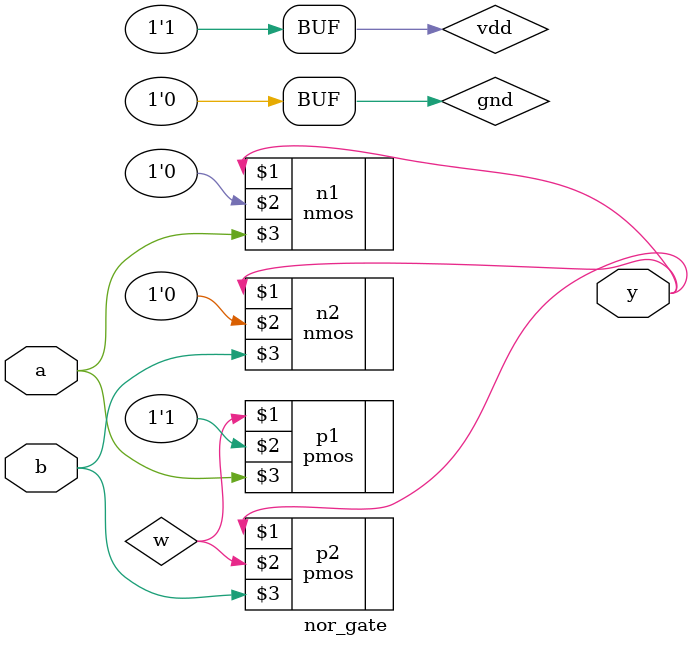
<source format=v>
module nor_gate(input a, b, output y);
	supply0 gnd;
	supply1 vdd;
	wire w;

	pmos p1(w, vdd, a);
	pmos p2(y, w, b);
	nmos n1(y, gnd, a);
	nmos n2(y, gnd, b);
endmodule






</source>
